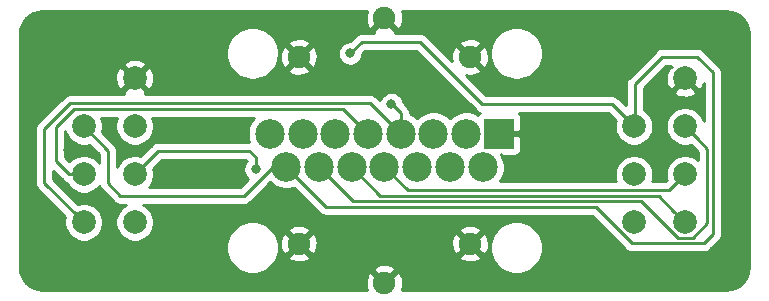
<source format=gtl>
G04 #@! TF.GenerationSoftware,KiCad,Pcbnew,(5.1.0)-1*
G04 #@! TF.CreationDate,2019-08-21T11:10:32-04:00*
G04 #@! TF.ProjectId,Famicom Expansion to NES Controller,46616d69-636f-46d2-9045-7870616e7369,rev?*
G04 #@! TF.SameCoordinates,Original*
G04 #@! TF.FileFunction,Copper,L1,Top*
G04 #@! TF.FilePolarity,Positive*
%FSLAX46Y46*%
G04 Gerber Fmt 4.6, Leading zero omitted, Abs format (unit mm)*
G04 Created by KiCad (PCBNEW (5.1.0)-1) date 2019-08-21 11:10:32*
%MOMM*%
%LPD*%
G04 APERTURE LIST*
%ADD10C,1.900000*%
%ADD11R,2.500000X2.500000*%
%ADD12C,2.500000*%
%ADD13C,2.000000*%
%ADD14C,0.800000*%
%ADD15C,0.250000*%
%ADD16C,0.254000*%
G04 APERTURE END LIST*
D10*
X162250000Y-70400000D03*
X147750000Y-70400000D03*
X155000000Y-73700000D03*
X155000000Y-51300000D03*
X162250000Y-54600000D03*
X147750000Y-54600000D03*
D11*
X164695000Y-61080000D03*
D12*
X161925000Y-61080000D03*
X159155000Y-61080000D03*
X156385000Y-61080000D03*
X153615000Y-61080000D03*
X150845000Y-61080000D03*
X148075000Y-61080000D03*
X145305000Y-61080000D03*
X163310000Y-63920000D03*
X160540000Y-63920000D03*
X157770000Y-63920000D03*
X155000000Y-63920000D03*
X152230000Y-63920000D03*
X149460000Y-63920000D03*
X146690000Y-63920000D03*
D13*
X176141000Y-60468000D03*
X176141000Y-64532000D03*
X176141000Y-68596000D03*
X180459000Y-68596000D03*
X180459000Y-64532000D03*
X180459000Y-60468000D03*
X180459000Y-56404000D03*
X129541000Y-60468000D03*
X129541000Y-64532000D03*
X129541000Y-68596000D03*
X133859000Y-68596000D03*
X133859000Y-64532000D03*
X133859000Y-60468000D03*
X133859000Y-56404000D03*
D14*
X128200000Y-62500000D03*
X157400000Y-70600000D03*
X138800000Y-64800000D03*
X141900000Y-64400000D03*
X154900000Y-54800000D03*
X138800000Y-68000000D03*
X136700000Y-64100000D03*
X139500000Y-61100000D03*
X136000000Y-60500000D03*
X178700000Y-72400000D03*
X155600000Y-58600000D03*
X144100000Y-64100000D03*
X152100000Y-54300000D03*
D15*
X156385000Y-59312234D02*
X155672766Y-58600000D01*
X155672766Y-58600000D02*
X155600000Y-58600000D01*
X156385000Y-61080000D02*
X156385000Y-59312234D01*
X128945000Y-68000000D02*
X129541000Y-68596000D01*
X126200000Y-65255000D02*
X128945000Y-68000000D01*
X126200000Y-60700000D02*
X126200000Y-65255000D01*
X128400000Y-58500000D02*
X126200000Y-60700000D01*
X156385000Y-61080000D02*
X153805000Y-58500000D01*
X153805000Y-58500000D02*
X128400000Y-58500000D01*
X128332000Y-64532000D02*
X129541000Y-64532000D01*
X127200000Y-63400000D02*
X128332000Y-64532000D01*
X127200000Y-60500000D02*
X127200000Y-63400000D01*
X128700000Y-59000000D02*
X127200000Y-60500000D01*
X153615000Y-61080000D02*
X151535000Y-59000000D01*
X151535000Y-59000000D02*
X128700000Y-59000000D01*
X135866000Y-62525000D02*
X133859000Y-64532000D01*
X144100000Y-63100000D02*
X143525000Y-62525000D01*
X143525000Y-62525000D02*
X135866000Y-62525000D01*
X144100000Y-63100000D02*
X144100000Y-64100000D01*
X179459001Y-65531999D02*
X180459000Y-64532000D01*
X156979978Y-65899978D02*
X179091022Y-65899978D01*
X155000000Y-63920000D02*
X156979978Y-65899978D01*
X179091022Y-65899978D02*
X179459001Y-65531999D01*
X152230000Y-63920000D02*
X154659989Y-66349989D01*
X179459001Y-67596001D02*
X180459000Y-68596000D01*
X178212989Y-66349989D02*
X179459001Y-67596001D01*
X154659989Y-66349989D02*
X178212989Y-66349989D01*
X181458999Y-61467999D02*
X180459000Y-60468000D01*
X182349989Y-62358989D02*
X181458999Y-61467999D01*
X182349989Y-68666013D02*
X182349989Y-62358989D01*
X179822999Y-69921001D02*
X181095001Y-69921001D01*
X176701998Y-66800000D02*
X179822999Y-69921001D01*
X152340000Y-66800000D02*
X176701998Y-66800000D01*
X181095001Y-69921001D02*
X182349989Y-68666013D01*
X149460000Y-63920000D02*
X152340000Y-66800000D01*
X132657001Y-66357001D02*
X131600000Y-65300000D01*
X140121629Y-66357001D02*
X132657001Y-66357001D01*
X131600000Y-62527000D02*
X129541000Y-60468000D01*
X131600000Y-65300000D02*
X131600000Y-62527000D01*
X143121629Y-66357001D02*
X140121629Y-66357001D01*
X146690000Y-63920000D02*
X145558630Y-63920000D01*
X145558630Y-63920000D02*
X143121629Y-66357001D01*
X153075001Y-53324999D02*
X152100000Y-54300000D01*
X158024999Y-53324999D02*
X153075001Y-53324999D01*
X163300000Y-58600000D02*
X158024999Y-53324999D01*
X176141000Y-60468000D02*
X174273000Y-58600000D01*
X174273000Y-58600000D02*
X163300000Y-58600000D01*
X176200000Y-60409000D02*
X176141000Y-60468000D01*
X176200000Y-56900000D02*
X176200000Y-60409000D01*
X181478999Y-54578999D02*
X178521001Y-54578999D01*
X182800000Y-55900000D02*
X181478999Y-54578999D01*
X150070000Y-67300000D02*
X172883998Y-67300000D01*
X178521001Y-54578999D02*
X176200000Y-56900000D01*
X172883998Y-67300000D02*
X175955010Y-70371012D01*
X175955010Y-70371012D02*
X182028988Y-70371012D01*
X182028988Y-70371012D02*
X182800000Y-69600000D01*
X146690000Y-63920000D02*
X150070000Y-67300000D01*
X182800000Y-69600000D02*
X182800000Y-55900000D01*
D16*
G36*
X153505065Y-50750671D02*
G01*
X153426621Y-51052873D01*
X153408641Y-51364573D01*
X153451816Y-51673791D01*
X153554487Y-51968644D01*
X153640958Y-52130421D01*
X153900248Y-52220147D01*
X154820395Y-51300000D01*
X154806253Y-51285858D01*
X154985858Y-51106253D01*
X155000000Y-51120395D01*
X155014143Y-51106253D01*
X155193748Y-51285858D01*
X155179605Y-51300000D01*
X156099752Y-52220147D01*
X156359042Y-52130421D01*
X156494935Y-51849329D01*
X156573379Y-51547127D01*
X156591359Y-51235427D01*
X156548184Y-50926209D01*
X156472898Y-50710000D01*
X183952721Y-50710000D01*
X184349545Y-50748909D01*
X184700208Y-50854780D01*
X185023625Y-51026744D01*
X185307484Y-51258254D01*
X185540965Y-51540486D01*
X185715183Y-51862695D01*
X185823502Y-52212614D01*
X185865000Y-52607443D01*
X185865001Y-72377711D01*
X185826091Y-72774545D01*
X185720220Y-73125206D01*
X185548257Y-73448623D01*
X185316748Y-73732482D01*
X185034514Y-73965965D01*
X184712304Y-74140184D01*
X184362385Y-74248502D01*
X183967557Y-74290000D01*
X156475273Y-74290000D01*
X156494935Y-74249329D01*
X156573379Y-73947127D01*
X156591359Y-73635427D01*
X156548184Y-73326209D01*
X156445513Y-73031356D01*
X156359042Y-72869579D01*
X156099752Y-72779853D01*
X155179605Y-73700000D01*
X155193748Y-73714143D01*
X155014143Y-73893748D01*
X155000000Y-73879605D01*
X154985858Y-73893748D01*
X154806253Y-73714143D01*
X154820395Y-73700000D01*
X153900248Y-72779853D01*
X153640958Y-72869579D01*
X153505065Y-73150671D01*
X153426621Y-73452873D01*
X153408641Y-73764573D01*
X153451816Y-74073791D01*
X153527102Y-74290000D01*
X126047279Y-74290000D01*
X125650455Y-74251091D01*
X125299794Y-74145220D01*
X124976377Y-73973257D01*
X124692518Y-73741748D01*
X124459035Y-73459514D01*
X124284816Y-73137304D01*
X124176498Y-72787385D01*
X124135000Y-72392557D01*
X124135000Y-70509872D01*
X141598450Y-70509872D01*
X141598450Y-70950128D01*
X141684340Y-71381925D01*
X141852819Y-71788669D01*
X142097412Y-72154729D01*
X142408721Y-72466038D01*
X142774781Y-72710631D01*
X143181525Y-72879110D01*
X143613322Y-72965000D01*
X144053578Y-72965000D01*
X144485375Y-72879110D01*
X144892119Y-72710631D01*
X145057319Y-72600248D01*
X154079853Y-72600248D01*
X155000000Y-73520395D01*
X155920147Y-72600248D01*
X155830421Y-72340958D01*
X155549329Y-72205065D01*
X155247127Y-72126621D01*
X154935427Y-72108641D01*
X154626209Y-72151816D01*
X154331356Y-72254487D01*
X154169579Y-72340958D01*
X154079853Y-72600248D01*
X145057319Y-72600248D01*
X145258179Y-72466038D01*
X145569488Y-72154729D01*
X145814081Y-71788669D01*
X145933754Y-71499752D01*
X146829853Y-71499752D01*
X146919579Y-71759042D01*
X147200671Y-71894935D01*
X147502873Y-71973379D01*
X147814573Y-71991359D01*
X148123791Y-71948184D01*
X148418644Y-71845513D01*
X148580421Y-71759042D01*
X148670147Y-71499752D01*
X161329853Y-71499752D01*
X161419579Y-71759042D01*
X161700671Y-71894935D01*
X162002873Y-71973379D01*
X162314573Y-71991359D01*
X162623791Y-71948184D01*
X162918644Y-71845513D01*
X163080421Y-71759042D01*
X163170147Y-71499752D01*
X162250000Y-70579605D01*
X161329853Y-71499752D01*
X148670147Y-71499752D01*
X147750000Y-70579605D01*
X146829853Y-71499752D01*
X145933754Y-71499752D01*
X145982560Y-71381925D01*
X146068450Y-70950128D01*
X146068450Y-70509872D01*
X146059440Y-70464573D01*
X146158641Y-70464573D01*
X146201816Y-70773791D01*
X146304487Y-71068644D01*
X146390958Y-71230421D01*
X146650248Y-71320147D01*
X147570395Y-70400000D01*
X147929605Y-70400000D01*
X148849752Y-71320147D01*
X149109042Y-71230421D01*
X149244935Y-70949329D01*
X149323379Y-70647127D01*
X149333909Y-70464573D01*
X160658641Y-70464573D01*
X160701816Y-70773791D01*
X160804487Y-71068644D01*
X160890958Y-71230421D01*
X161150248Y-71320147D01*
X162070395Y-70400000D01*
X162429605Y-70400000D01*
X163349752Y-71320147D01*
X163609042Y-71230421D01*
X163744935Y-70949329D01*
X163823379Y-70647127D01*
X163831296Y-70509872D01*
X163931550Y-70509872D01*
X163931550Y-70950128D01*
X164017440Y-71381925D01*
X164185919Y-71788669D01*
X164430512Y-72154729D01*
X164741821Y-72466038D01*
X165107881Y-72710631D01*
X165514625Y-72879110D01*
X165946422Y-72965000D01*
X166386678Y-72965000D01*
X166818475Y-72879110D01*
X167225219Y-72710631D01*
X167591279Y-72466038D01*
X167902588Y-72154729D01*
X168147181Y-71788669D01*
X168315660Y-71381925D01*
X168401550Y-70950128D01*
X168401550Y-70509872D01*
X168315660Y-70078075D01*
X168147181Y-69671331D01*
X167902588Y-69305271D01*
X167591279Y-68993962D01*
X167225219Y-68749369D01*
X166818475Y-68580890D01*
X166386678Y-68495000D01*
X165946422Y-68495000D01*
X165514625Y-68580890D01*
X165107881Y-68749369D01*
X164741821Y-68993962D01*
X164430512Y-69305271D01*
X164185919Y-69671331D01*
X164017440Y-70078075D01*
X163931550Y-70509872D01*
X163831296Y-70509872D01*
X163841359Y-70335427D01*
X163798184Y-70026209D01*
X163695513Y-69731356D01*
X163609042Y-69569579D01*
X163349752Y-69479853D01*
X162429605Y-70400000D01*
X162070395Y-70400000D01*
X161150248Y-69479853D01*
X160890958Y-69569579D01*
X160755065Y-69850671D01*
X160676621Y-70152873D01*
X160658641Y-70464573D01*
X149333909Y-70464573D01*
X149341359Y-70335427D01*
X149298184Y-70026209D01*
X149195513Y-69731356D01*
X149109042Y-69569579D01*
X148849752Y-69479853D01*
X147929605Y-70400000D01*
X147570395Y-70400000D01*
X146650248Y-69479853D01*
X146390958Y-69569579D01*
X146255065Y-69850671D01*
X146176621Y-70152873D01*
X146158641Y-70464573D01*
X146059440Y-70464573D01*
X145982560Y-70078075D01*
X145814081Y-69671331D01*
X145569488Y-69305271D01*
X145564465Y-69300248D01*
X146829853Y-69300248D01*
X147750000Y-70220395D01*
X148670147Y-69300248D01*
X161329853Y-69300248D01*
X162250000Y-70220395D01*
X163170147Y-69300248D01*
X163080421Y-69040958D01*
X162799329Y-68905065D01*
X162497127Y-68826621D01*
X162185427Y-68808641D01*
X161876209Y-68851816D01*
X161581356Y-68954487D01*
X161419579Y-69040958D01*
X161329853Y-69300248D01*
X148670147Y-69300248D01*
X148580421Y-69040958D01*
X148299329Y-68905065D01*
X147997127Y-68826621D01*
X147685427Y-68808641D01*
X147376209Y-68851816D01*
X147081356Y-68954487D01*
X146919579Y-69040958D01*
X146829853Y-69300248D01*
X145564465Y-69300248D01*
X145258179Y-68993962D01*
X144892119Y-68749369D01*
X144485375Y-68580890D01*
X144053578Y-68495000D01*
X143613322Y-68495000D01*
X143181525Y-68580890D01*
X142774781Y-68749369D01*
X142408721Y-68993962D01*
X142097412Y-69305271D01*
X141852819Y-69671331D01*
X141684340Y-70078075D01*
X141598450Y-70509872D01*
X124135000Y-70509872D01*
X124135000Y-60700000D01*
X125436324Y-60700000D01*
X125440000Y-60737323D01*
X125440001Y-65217668D01*
X125436324Y-65255000D01*
X125440001Y-65292333D01*
X125448933Y-65383014D01*
X125450998Y-65403985D01*
X125494454Y-65547246D01*
X125565026Y-65679276D01*
X125636201Y-65766002D01*
X125660000Y-65795001D01*
X125688998Y-65818799D01*
X127974823Y-68104625D01*
X127968832Y-68119088D01*
X127906000Y-68434967D01*
X127906000Y-68757033D01*
X127968832Y-69072912D01*
X128092082Y-69370463D01*
X128271013Y-69638252D01*
X128498748Y-69865987D01*
X128766537Y-70044918D01*
X129064088Y-70168168D01*
X129379967Y-70231000D01*
X129702033Y-70231000D01*
X130017912Y-70168168D01*
X130315463Y-70044918D01*
X130583252Y-69865987D01*
X130810987Y-69638252D01*
X130989918Y-69370463D01*
X131113168Y-69072912D01*
X131176000Y-68757033D01*
X131176000Y-68434967D01*
X131113168Y-68119088D01*
X130989918Y-67821537D01*
X130810987Y-67553748D01*
X130583252Y-67326013D01*
X130315463Y-67147082D01*
X130017912Y-67023832D01*
X129702033Y-66961000D01*
X129379967Y-66961000D01*
X129064088Y-67023832D01*
X129049625Y-67029823D01*
X126960000Y-64940199D01*
X126960000Y-64234801D01*
X127768201Y-65043003D01*
X127791999Y-65072001D01*
X127907724Y-65166974D01*
X128039753Y-65237546D01*
X128066953Y-65245797D01*
X128092082Y-65306463D01*
X128271013Y-65574252D01*
X128498748Y-65801987D01*
X128766537Y-65980918D01*
X129064088Y-66104168D01*
X129379967Y-66167000D01*
X129702033Y-66167000D01*
X130017912Y-66104168D01*
X130315463Y-65980918D01*
X130583252Y-65801987D01*
X130810987Y-65574252D01*
X130864639Y-65493957D01*
X130876179Y-65531999D01*
X130894454Y-65592246D01*
X130965026Y-65724276D01*
X130999270Y-65766002D01*
X131059999Y-65840001D01*
X131089002Y-65863804D01*
X132093202Y-66868004D01*
X132117000Y-66897002D01*
X132145998Y-66920800D01*
X132232724Y-66991975D01*
X132292324Y-67023832D01*
X132364754Y-67062547D01*
X132508015Y-67106004D01*
X132619668Y-67117001D01*
X132619677Y-67117001D01*
X132657000Y-67120677D01*
X132694323Y-67117001D01*
X133157159Y-67117001D01*
X133084537Y-67147082D01*
X132816748Y-67326013D01*
X132589013Y-67553748D01*
X132410082Y-67821537D01*
X132286832Y-68119088D01*
X132224000Y-68434967D01*
X132224000Y-68757033D01*
X132286832Y-69072912D01*
X132410082Y-69370463D01*
X132589013Y-69638252D01*
X132816748Y-69865987D01*
X133084537Y-70044918D01*
X133382088Y-70168168D01*
X133697967Y-70231000D01*
X134020033Y-70231000D01*
X134335912Y-70168168D01*
X134633463Y-70044918D01*
X134901252Y-69865987D01*
X135128987Y-69638252D01*
X135307918Y-69370463D01*
X135431168Y-69072912D01*
X135494000Y-68757033D01*
X135494000Y-68434967D01*
X135431168Y-68119088D01*
X135307918Y-67821537D01*
X135128987Y-67553748D01*
X134901252Y-67326013D01*
X134633463Y-67147082D01*
X134560841Y-67117001D01*
X143084307Y-67117001D01*
X143121629Y-67120677D01*
X143158951Y-67117001D01*
X143158962Y-67117001D01*
X143270615Y-67106004D01*
X143413876Y-67062547D01*
X143545905Y-66991975D01*
X143661630Y-66897002D01*
X143685433Y-66867998D01*
X145328819Y-65224612D01*
X145488382Y-65384175D01*
X145797118Y-65590466D01*
X146140166Y-65732561D01*
X146504344Y-65805000D01*
X146875656Y-65805000D01*
X147239834Y-65732561D01*
X147372718Y-65677519D01*
X149506200Y-67811002D01*
X149529999Y-67840001D01*
X149645724Y-67934974D01*
X149777753Y-68005546D01*
X149921014Y-68049003D01*
X150032667Y-68060000D01*
X150032677Y-68060000D01*
X150070000Y-68063676D01*
X150107323Y-68060000D01*
X172569197Y-68060000D01*
X175391211Y-70882015D01*
X175415009Y-70911013D01*
X175530734Y-71005986D01*
X175662763Y-71076558D01*
X175806024Y-71120015D01*
X175917677Y-71131012D01*
X175917687Y-71131012D01*
X175955010Y-71134688D01*
X175992333Y-71131012D01*
X181991666Y-71131012D01*
X182028988Y-71134688D01*
X182066310Y-71131012D01*
X182066321Y-71131012D01*
X182177974Y-71120015D01*
X182321235Y-71076558D01*
X182453264Y-71005986D01*
X182568989Y-70911013D01*
X182592791Y-70882010D01*
X183311004Y-70163798D01*
X183340001Y-70140001D01*
X183434974Y-70024276D01*
X183505546Y-69892247D01*
X183549003Y-69748986D01*
X183560000Y-69637333D01*
X183560000Y-69637332D01*
X183563677Y-69600000D01*
X183560000Y-69562667D01*
X183560000Y-55937333D01*
X183563677Y-55900000D01*
X183549003Y-55751014D01*
X183505546Y-55607753D01*
X183434974Y-55475724D01*
X183363799Y-55388997D01*
X183340001Y-55359999D01*
X183311003Y-55336201D01*
X182042803Y-54068002D01*
X182019000Y-54038998D01*
X181903275Y-53944025D01*
X181771246Y-53873453D01*
X181627985Y-53829996D01*
X181516332Y-53818999D01*
X181516321Y-53818999D01*
X181478999Y-53815323D01*
X181441677Y-53818999D01*
X178558323Y-53818999D01*
X178521000Y-53815323D01*
X178483677Y-53818999D01*
X178483668Y-53818999D01*
X178372015Y-53829996D01*
X178228754Y-53873453D01*
X178096724Y-53944025D01*
X178077292Y-53959973D01*
X177981000Y-54038998D01*
X177957202Y-54067996D01*
X175689003Y-56336196D01*
X175659999Y-56359999D01*
X175623889Y-56404000D01*
X175565026Y-56475724D01*
X175549378Y-56505000D01*
X175494454Y-56607754D01*
X175450997Y-56751015D01*
X175440000Y-56862668D01*
X175440000Y-56862678D01*
X175436324Y-56900000D01*
X175440000Y-56937323D01*
X175440001Y-58692199D01*
X174836804Y-58089003D01*
X174813001Y-58059999D01*
X174697276Y-57965026D01*
X174565247Y-57894454D01*
X174421986Y-57850997D01*
X174310333Y-57840000D01*
X174310322Y-57840000D01*
X174273000Y-57836324D01*
X174235678Y-57840000D01*
X163614802Y-57840000D01*
X161929007Y-56154205D01*
X162002873Y-56173379D01*
X162314573Y-56191359D01*
X162623791Y-56148184D01*
X162918644Y-56045513D01*
X163080421Y-55959042D01*
X163170147Y-55699752D01*
X162250000Y-54779605D01*
X162235858Y-54793748D01*
X162056253Y-54614143D01*
X162070395Y-54600000D01*
X162429605Y-54600000D01*
X163349752Y-55520147D01*
X163609042Y-55430421D01*
X163744935Y-55149329D01*
X163823379Y-54847127D01*
X163841359Y-54535427D01*
X163798184Y-54226209D01*
X163736782Y-54049872D01*
X163931550Y-54049872D01*
X163931550Y-54490128D01*
X164017440Y-54921925D01*
X164185919Y-55328669D01*
X164430512Y-55694729D01*
X164741821Y-56006038D01*
X165107881Y-56250631D01*
X165514625Y-56419110D01*
X165946422Y-56505000D01*
X166386678Y-56505000D01*
X166818475Y-56419110D01*
X167225219Y-56250631D01*
X167591279Y-56006038D01*
X167902588Y-55694729D01*
X168147181Y-55328669D01*
X168315660Y-54921925D01*
X168401550Y-54490128D01*
X168401550Y-54049872D01*
X168315660Y-53618075D01*
X168147181Y-53211331D01*
X167902588Y-52845271D01*
X167591279Y-52533962D01*
X167225219Y-52289369D01*
X166818475Y-52120890D01*
X166386678Y-52035000D01*
X165946422Y-52035000D01*
X165514625Y-52120890D01*
X165107881Y-52289369D01*
X164741821Y-52533962D01*
X164430512Y-52845271D01*
X164185919Y-53211331D01*
X164017440Y-53618075D01*
X163931550Y-54049872D01*
X163736782Y-54049872D01*
X163695513Y-53931356D01*
X163609042Y-53769579D01*
X163349752Y-53679853D01*
X162429605Y-54600000D01*
X162070395Y-54600000D01*
X161150248Y-53679853D01*
X160890958Y-53769579D01*
X160755065Y-54050671D01*
X160676621Y-54352873D01*
X160658641Y-54664573D01*
X160694225Y-54919423D01*
X159275050Y-53500248D01*
X161329853Y-53500248D01*
X162250000Y-54420395D01*
X163170147Y-53500248D01*
X163080421Y-53240958D01*
X162799329Y-53105065D01*
X162497127Y-53026621D01*
X162185427Y-53008641D01*
X161876209Y-53051816D01*
X161581356Y-53154487D01*
X161419579Y-53240958D01*
X161329853Y-53500248D01*
X159275050Y-53500248D01*
X158588803Y-52814002D01*
X158565000Y-52784998D01*
X158449275Y-52690025D01*
X158317246Y-52619453D01*
X158173985Y-52575996D01*
X158062332Y-52564999D01*
X158062321Y-52564999D01*
X158024999Y-52561323D01*
X157987677Y-52564999D01*
X155862964Y-52564999D01*
X155920147Y-52399752D01*
X155000000Y-51479605D01*
X154079853Y-52399752D01*
X154137036Y-52564999D01*
X153112326Y-52564999D01*
X153075001Y-52561323D01*
X153037676Y-52564999D01*
X153037668Y-52564999D01*
X152926015Y-52575996D01*
X152782754Y-52619453D01*
X152650725Y-52690025D01*
X152535000Y-52784998D01*
X152511202Y-52813996D01*
X152060198Y-53265000D01*
X151998061Y-53265000D01*
X151798102Y-53304774D01*
X151609744Y-53382795D01*
X151440226Y-53496063D01*
X151296063Y-53640226D01*
X151182795Y-53809744D01*
X151104774Y-53998102D01*
X151065000Y-54198061D01*
X151065000Y-54401939D01*
X151104774Y-54601898D01*
X151182795Y-54790256D01*
X151296063Y-54959774D01*
X151440226Y-55103937D01*
X151609744Y-55217205D01*
X151798102Y-55295226D01*
X151998061Y-55335000D01*
X152201939Y-55335000D01*
X152401898Y-55295226D01*
X152590256Y-55217205D01*
X152759774Y-55103937D01*
X152903937Y-54959774D01*
X153017205Y-54790256D01*
X153095226Y-54601898D01*
X153135000Y-54401939D01*
X153135000Y-54339802D01*
X153389803Y-54084999D01*
X157710198Y-54084999D01*
X162736200Y-59111002D01*
X162759999Y-59140001D01*
X162788997Y-59163799D01*
X162875723Y-59234974D01*
X162996373Y-59299463D01*
X163007753Y-59305546D01*
X163062761Y-59322232D01*
X162993815Y-59378815D01*
X162915225Y-59474577D01*
X162817882Y-59409534D01*
X162474834Y-59267439D01*
X162110656Y-59195000D01*
X161739344Y-59195000D01*
X161375166Y-59267439D01*
X161032118Y-59409534D01*
X160723382Y-59615825D01*
X160540000Y-59799207D01*
X160356618Y-59615825D01*
X160047882Y-59409534D01*
X159704834Y-59267439D01*
X159340656Y-59195000D01*
X158969344Y-59195000D01*
X158605166Y-59267439D01*
X158262118Y-59409534D01*
X157953382Y-59615825D01*
X157770000Y-59799207D01*
X157586618Y-59615825D01*
X157277882Y-59409534D01*
X157145000Y-59354493D01*
X157145000Y-59349556D01*
X157148676Y-59312234D01*
X157145000Y-59274911D01*
X157145000Y-59274901D01*
X157134003Y-59163248D01*
X157090546Y-59019987D01*
X157039387Y-58924276D01*
X157019974Y-58887957D01*
X156948799Y-58801231D01*
X156925001Y-58772233D01*
X156896002Y-58748435D01*
X156632361Y-58484793D01*
X156595226Y-58298102D01*
X156517205Y-58109744D01*
X156403937Y-57940226D01*
X156259774Y-57796063D01*
X156090256Y-57682795D01*
X155901898Y-57604774D01*
X155701939Y-57565000D01*
X155498061Y-57565000D01*
X155298102Y-57604774D01*
X155109744Y-57682795D01*
X154940226Y-57796063D01*
X154796063Y-57940226D01*
X154682795Y-58109744D01*
X154626193Y-58246392D01*
X154368804Y-57989003D01*
X154345001Y-57959999D01*
X154229276Y-57865026D01*
X154097247Y-57794454D01*
X153953986Y-57750997D01*
X153842333Y-57740000D01*
X153842322Y-57740000D01*
X153805000Y-57736324D01*
X153767678Y-57740000D01*
X134742157Y-57740000D01*
X134814808Y-57539413D01*
X133859000Y-56583605D01*
X132903192Y-57539413D01*
X132975843Y-57740000D01*
X128437323Y-57740000D01*
X128400000Y-57736324D01*
X128362677Y-57740000D01*
X128362667Y-57740000D01*
X128251014Y-57750997D01*
X128107753Y-57794454D01*
X127975724Y-57865026D01*
X127859999Y-57959999D01*
X127836201Y-57988997D01*
X125689003Y-60136196D01*
X125659999Y-60159999D01*
X125620809Y-60207753D01*
X125565026Y-60275724D01*
X125524782Y-60351015D01*
X125494454Y-60407754D01*
X125450997Y-60551015D01*
X125440000Y-60662668D01*
X125440000Y-60662678D01*
X125436324Y-60700000D01*
X124135000Y-60700000D01*
X124135000Y-56466595D01*
X132217282Y-56466595D01*
X132261039Y-56785675D01*
X132366205Y-57090088D01*
X132459186Y-57264044D01*
X132723587Y-57359808D01*
X133679395Y-56404000D01*
X134038605Y-56404000D01*
X134994413Y-57359808D01*
X135258814Y-57264044D01*
X135399704Y-56974429D01*
X135481384Y-56662892D01*
X135500718Y-56341405D01*
X135456961Y-56022325D01*
X135351795Y-55717912D01*
X135258814Y-55543956D01*
X134994413Y-55448192D01*
X134038605Y-56404000D01*
X133679395Y-56404000D01*
X132723587Y-55448192D01*
X132459186Y-55543956D01*
X132318296Y-55833571D01*
X132236616Y-56145108D01*
X132217282Y-56466595D01*
X124135000Y-56466595D01*
X124135000Y-55268587D01*
X132903192Y-55268587D01*
X133859000Y-56224395D01*
X134814808Y-55268587D01*
X134719044Y-55004186D01*
X134429429Y-54863296D01*
X134117892Y-54781616D01*
X133796405Y-54762282D01*
X133477325Y-54806039D01*
X133172912Y-54911205D01*
X132998956Y-55004186D01*
X132903192Y-55268587D01*
X124135000Y-55268587D01*
X124135000Y-54049872D01*
X141598450Y-54049872D01*
X141598450Y-54490128D01*
X141684340Y-54921925D01*
X141852819Y-55328669D01*
X142097412Y-55694729D01*
X142408721Y-56006038D01*
X142774781Y-56250631D01*
X143181525Y-56419110D01*
X143613322Y-56505000D01*
X144053578Y-56505000D01*
X144485375Y-56419110D01*
X144892119Y-56250631D01*
X145258179Y-56006038D01*
X145564465Y-55699752D01*
X146829853Y-55699752D01*
X146919579Y-55959042D01*
X147200671Y-56094935D01*
X147502873Y-56173379D01*
X147814573Y-56191359D01*
X148123791Y-56148184D01*
X148418644Y-56045513D01*
X148580421Y-55959042D01*
X148670147Y-55699752D01*
X147750000Y-54779605D01*
X146829853Y-55699752D01*
X145564465Y-55699752D01*
X145569488Y-55694729D01*
X145814081Y-55328669D01*
X145982560Y-54921925D01*
X146033750Y-54664573D01*
X146158641Y-54664573D01*
X146201816Y-54973791D01*
X146304487Y-55268644D01*
X146390958Y-55430421D01*
X146650248Y-55520147D01*
X147570395Y-54600000D01*
X147929605Y-54600000D01*
X148849752Y-55520147D01*
X149109042Y-55430421D01*
X149244935Y-55149329D01*
X149323379Y-54847127D01*
X149341359Y-54535427D01*
X149298184Y-54226209D01*
X149195513Y-53931356D01*
X149109042Y-53769579D01*
X148849752Y-53679853D01*
X147929605Y-54600000D01*
X147570395Y-54600000D01*
X146650248Y-53679853D01*
X146390958Y-53769579D01*
X146255065Y-54050671D01*
X146176621Y-54352873D01*
X146158641Y-54664573D01*
X146033750Y-54664573D01*
X146068450Y-54490128D01*
X146068450Y-54049872D01*
X145982560Y-53618075D01*
X145933755Y-53500248D01*
X146829853Y-53500248D01*
X147750000Y-54420395D01*
X148670147Y-53500248D01*
X148580421Y-53240958D01*
X148299329Y-53105065D01*
X147997127Y-53026621D01*
X147685427Y-53008641D01*
X147376209Y-53051816D01*
X147081356Y-53154487D01*
X146919579Y-53240958D01*
X146829853Y-53500248D01*
X145933755Y-53500248D01*
X145814081Y-53211331D01*
X145569488Y-52845271D01*
X145258179Y-52533962D01*
X144892119Y-52289369D01*
X144485375Y-52120890D01*
X144053578Y-52035000D01*
X143613322Y-52035000D01*
X143181525Y-52120890D01*
X142774781Y-52289369D01*
X142408721Y-52533962D01*
X142097412Y-52845271D01*
X141852819Y-53211331D01*
X141684340Y-53618075D01*
X141598450Y-54049872D01*
X124135000Y-54049872D01*
X124135000Y-52622279D01*
X124173909Y-52225455D01*
X124279780Y-51874792D01*
X124451744Y-51551375D01*
X124683254Y-51267516D01*
X124965486Y-51034035D01*
X125287695Y-50859817D01*
X125637614Y-50751498D01*
X126032443Y-50710000D01*
X153524727Y-50710000D01*
X153505065Y-50750671D01*
X153505065Y-50750671D01*
G37*
X153505065Y-50750671D02*
X153426621Y-51052873D01*
X153408641Y-51364573D01*
X153451816Y-51673791D01*
X153554487Y-51968644D01*
X153640958Y-52130421D01*
X153900248Y-52220147D01*
X154820395Y-51300000D01*
X154806253Y-51285858D01*
X154985858Y-51106253D01*
X155000000Y-51120395D01*
X155014143Y-51106253D01*
X155193748Y-51285858D01*
X155179605Y-51300000D01*
X156099752Y-52220147D01*
X156359042Y-52130421D01*
X156494935Y-51849329D01*
X156573379Y-51547127D01*
X156591359Y-51235427D01*
X156548184Y-50926209D01*
X156472898Y-50710000D01*
X183952721Y-50710000D01*
X184349545Y-50748909D01*
X184700208Y-50854780D01*
X185023625Y-51026744D01*
X185307484Y-51258254D01*
X185540965Y-51540486D01*
X185715183Y-51862695D01*
X185823502Y-52212614D01*
X185865000Y-52607443D01*
X185865001Y-72377711D01*
X185826091Y-72774545D01*
X185720220Y-73125206D01*
X185548257Y-73448623D01*
X185316748Y-73732482D01*
X185034514Y-73965965D01*
X184712304Y-74140184D01*
X184362385Y-74248502D01*
X183967557Y-74290000D01*
X156475273Y-74290000D01*
X156494935Y-74249329D01*
X156573379Y-73947127D01*
X156591359Y-73635427D01*
X156548184Y-73326209D01*
X156445513Y-73031356D01*
X156359042Y-72869579D01*
X156099752Y-72779853D01*
X155179605Y-73700000D01*
X155193748Y-73714143D01*
X155014143Y-73893748D01*
X155000000Y-73879605D01*
X154985858Y-73893748D01*
X154806253Y-73714143D01*
X154820395Y-73700000D01*
X153900248Y-72779853D01*
X153640958Y-72869579D01*
X153505065Y-73150671D01*
X153426621Y-73452873D01*
X153408641Y-73764573D01*
X153451816Y-74073791D01*
X153527102Y-74290000D01*
X126047279Y-74290000D01*
X125650455Y-74251091D01*
X125299794Y-74145220D01*
X124976377Y-73973257D01*
X124692518Y-73741748D01*
X124459035Y-73459514D01*
X124284816Y-73137304D01*
X124176498Y-72787385D01*
X124135000Y-72392557D01*
X124135000Y-70509872D01*
X141598450Y-70509872D01*
X141598450Y-70950128D01*
X141684340Y-71381925D01*
X141852819Y-71788669D01*
X142097412Y-72154729D01*
X142408721Y-72466038D01*
X142774781Y-72710631D01*
X143181525Y-72879110D01*
X143613322Y-72965000D01*
X144053578Y-72965000D01*
X144485375Y-72879110D01*
X144892119Y-72710631D01*
X145057319Y-72600248D01*
X154079853Y-72600248D01*
X155000000Y-73520395D01*
X155920147Y-72600248D01*
X155830421Y-72340958D01*
X155549329Y-72205065D01*
X155247127Y-72126621D01*
X154935427Y-72108641D01*
X154626209Y-72151816D01*
X154331356Y-72254487D01*
X154169579Y-72340958D01*
X154079853Y-72600248D01*
X145057319Y-72600248D01*
X145258179Y-72466038D01*
X145569488Y-72154729D01*
X145814081Y-71788669D01*
X145933754Y-71499752D01*
X146829853Y-71499752D01*
X146919579Y-71759042D01*
X147200671Y-71894935D01*
X147502873Y-71973379D01*
X147814573Y-71991359D01*
X148123791Y-71948184D01*
X148418644Y-71845513D01*
X148580421Y-71759042D01*
X148670147Y-71499752D01*
X161329853Y-71499752D01*
X161419579Y-71759042D01*
X161700671Y-71894935D01*
X162002873Y-71973379D01*
X162314573Y-71991359D01*
X162623791Y-71948184D01*
X162918644Y-71845513D01*
X163080421Y-71759042D01*
X163170147Y-71499752D01*
X162250000Y-70579605D01*
X161329853Y-71499752D01*
X148670147Y-71499752D01*
X147750000Y-70579605D01*
X146829853Y-71499752D01*
X145933754Y-71499752D01*
X145982560Y-71381925D01*
X146068450Y-70950128D01*
X146068450Y-70509872D01*
X146059440Y-70464573D01*
X146158641Y-70464573D01*
X146201816Y-70773791D01*
X146304487Y-71068644D01*
X146390958Y-71230421D01*
X146650248Y-71320147D01*
X147570395Y-70400000D01*
X147929605Y-70400000D01*
X148849752Y-71320147D01*
X149109042Y-71230421D01*
X149244935Y-70949329D01*
X149323379Y-70647127D01*
X149333909Y-70464573D01*
X160658641Y-70464573D01*
X160701816Y-70773791D01*
X160804487Y-71068644D01*
X160890958Y-71230421D01*
X161150248Y-71320147D01*
X162070395Y-70400000D01*
X162429605Y-70400000D01*
X163349752Y-71320147D01*
X163609042Y-71230421D01*
X163744935Y-70949329D01*
X163823379Y-70647127D01*
X163831296Y-70509872D01*
X163931550Y-70509872D01*
X163931550Y-70950128D01*
X164017440Y-71381925D01*
X164185919Y-71788669D01*
X164430512Y-72154729D01*
X164741821Y-72466038D01*
X165107881Y-72710631D01*
X165514625Y-72879110D01*
X165946422Y-72965000D01*
X166386678Y-72965000D01*
X166818475Y-72879110D01*
X167225219Y-72710631D01*
X167591279Y-72466038D01*
X167902588Y-72154729D01*
X168147181Y-71788669D01*
X168315660Y-71381925D01*
X168401550Y-70950128D01*
X168401550Y-70509872D01*
X168315660Y-70078075D01*
X168147181Y-69671331D01*
X167902588Y-69305271D01*
X167591279Y-68993962D01*
X167225219Y-68749369D01*
X166818475Y-68580890D01*
X166386678Y-68495000D01*
X165946422Y-68495000D01*
X165514625Y-68580890D01*
X165107881Y-68749369D01*
X164741821Y-68993962D01*
X164430512Y-69305271D01*
X164185919Y-69671331D01*
X164017440Y-70078075D01*
X163931550Y-70509872D01*
X163831296Y-70509872D01*
X163841359Y-70335427D01*
X163798184Y-70026209D01*
X163695513Y-69731356D01*
X163609042Y-69569579D01*
X163349752Y-69479853D01*
X162429605Y-70400000D01*
X162070395Y-70400000D01*
X161150248Y-69479853D01*
X160890958Y-69569579D01*
X160755065Y-69850671D01*
X160676621Y-70152873D01*
X160658641Y-70464573D01*
X149333909Y-70464573D01*
X149341359Y-70335427D01*
X149298184Y-70026209D01*
X149195513Y-69731356D01*
X149109042Y-69569579D01*
X148849752Y-69479853D01*
X147929605Y-70400000D01*
X147570395Y-70400000D01*
X146650248Y-69479853D01*
X146390958Y-69569579D01*
X146255065Y-69850671D01*
X146176621Y-70152873D01*
X146158641Y-70464573D01*
X146059440Y-70464573D01*
X145982560Y-70078075D01*
X145814081Y-69671331D01*
X145569488Y-69305271D01*
X145564465Y-69300248D01*
X146829853Y-69300248D01*
X147750000Y-70220395D01*
X148670147Y-69300248D01*
X161329853Y-69300248D01*
X162250000Y-70220395D01*
X163170147Y-69300248D01*
X163080421Y-69040958D01*
X162799329Y-68905065D01*
X162497127Y-68826621D01*
X162185427Y-68808641D01*
X161876209Y-68851816D01*
X161581356Y-68954487D01*
X161419579Y-69040958D01*
X161329853Y-69300248D01*
X148670147Y-69300248D01*
X148580421Y-69040958D01*
X148299329Y-68905065D01*
X147997127Y-68826621D01*
X147685427Y-68808641D01*
X147376209Y-68851816D01*
X147081356Y-68954487D01*
X146919579Y-69040958D01*
X146829853Y-69300248D01*
X145564465Y-69300248D01*
X145258179Y-68993962D01*
X144892119Y-68749369D01*
X144485375Y-68580890D01*
X144053578Y-68495000D01*
X143613322Y-68495000D01*
X143181525Y-68580890D01*
X142774781Y-68749369D01*
X142408721Y-68993962D01*
X142097412Y-69305271D01*
X141852819Y-69671331D01*
X141684340Y-70078075D01*
X141598450Y-70509872D01*
X124135000Y-70509872D01*
X124135000Y-60700000D01*
X125436324Y-60700000D01*
X125440000Y-60737323D01*
X125440001Y-65217668D01*
X125436324Y-65255000D01*
X125440001Y-65292333D01*
X125448933Y-65383014D01*
X125450998Y-65403985D01*
X125494454Y-65547246D01*
X125565026Y-65679276D01*
X125636201Y-65766002D01*
X125660000Y-65795001D01*
X125688998Y-65818799D01*
X127974823Y-68104625D01*
X127968832Y-68119088D01*
X127906000Y-68434967D01*
X127906000Y-68757033D01*
X127968832Y-69072912D01*
X128092082Y-69370463D01*
X128271013Y-69638252D01*
X128498748Y-69865987D01*
X128766537Y-70044918D01*
X129064088Y-70168168D01*
X129379967Y-70231000D01*
X129702033Y-70231000D01*
X130017912Y-70168168D01*
X130315463Y-70044918D01*
X130583252Y-69865987D01*
X130810987Y-69638252D01*
X130989918Y-69370463D01*
X131113168Y-69072912D01*
X131176000Y-68757033D01*
X131176000Y-68434967D01*
X131113168Y-68119088D01*
X130989918Y-67821537D01*
X130810987Y-67553748D01*
X130583252Y-67326013D01*
X130315463Y-67147082D01*
X130017912Y-67023832D01*
X129702033Y-66961000D01*
X129379967Y-66961000D01*
X129064088Y-67023832D01*
X129049625Y-67029823D01*
X126960000Y-64940199D01*
X126960000Y-64234801D01*
X127768201Y-65043003D01*
X127791999Y-65072001D01*
X127907724Y-65166974D01*
X128039753Y-65237546D01*
X128066953Y-65245797D01*
X128092082Y-65306463D01*
X128271013Y-65574252D01*
X128498748Y-65801987D01*
X128766537Y-65980918D01*
X129064088Y-66104168D01*
X129379967Y-66167000D01*
X129702033Y-66167000D01*
X130017912Y-66104168D01*
X130315463Y-65980918D01*
X130583252Y-65801987D01*
X130810987Y-65574252D01*
X130864639Y-65493957D01*
X130876179Y-65531999D01*
X130894454Y-65592246D01*
X130965026Y-65724276D01*
X130999270Y-65766002D01*
X131059999Y-65840001D01*
X131089002Y-65863804D01*
X132093202Y-66868004D01*
X132117000Y-66897002D01*
X132145998Y-66920800D01*
X132232724Y-66991975D01*
X132292324Y-67023832D01*
X132364754Y-67062547D01*
X132508015Y-67106004D01*
X132619668Y-67117001D01*
X132619677Y-67117001D01*
X132657000Y-67120677D01*
X132694323Y-67117001D01*
X133157159Y-67117001D01*
X133084537Y-67147082D01*
X132816748Y-67326013D01*
X132589013Y-67553748D01*
X132410082Y-67821537D01*
X132286832Y-68119088D01*
X132224000Y-68434967D01*
X132224000Y-68757033D01*
X132286832Y-69072912D01*
X132410082Y-69370463D01*
X132589013Y-69638252D01*
X132816748Y-69865987D01*
X133084537Y-70044918D01*
X133382088Y-70168168D01*
X133697967Y-70231000D01*
X134020033Y-70231000D01*
X134335912Y-70168168D01*
X134633463Y-70044918D01*
X134901252Y-69865987D01*
X135128987Y-69638252D01*
X135307918Y-69370463D01*
X135431168Y-69072912D01*
X135494000Y-68757033D01*
X135494000Y-68434967D01*
X135431168Y-68119088D01*
X135307918Y-67821537D01*
X135128987Y-67553748D01*
X134901252Y-67326013D01*
X134633463Y-67147082D01*
X134560841Y-67117001D01*
X143084307Y-67117001D01*
X143121629Y-67120677D01*
X143158951Y-67117001D01*
X143158962Y-67117001D01*
X143270615Y-67106004D01*
X143413876Y-67062547D01*
X143545905Y-66991975D01*
X143661630Y-66897002D01*
X143685433Y-66867998D01*
X145328819Y-65224612D01*
X145488382Y-65384175D01*
X145797118Y-65590466D01*
X146140166Y-65732561D01*
X146504344Y-65805000D01*
X146875656Y-65805000D01*
X147239834Y-65732561D01*
X147372718Y-65677519D01*
X149506200Y-67811002D01*
X149529999Y-67840001D01*
X149645724Y-67934974D01*
X149777753Y-68005546D01*
X149921014Y-68049003D01*
X150032667Y-68060000D01*
X150032677Y-68060000D01*
X150070000Y-68063676D01*
X150107323Y-68060000D01*
X172569197Y-68060000D01*
X175391211Y-70882015D01*
X175415009Y-70911013D01*
X175530734Y-71005986D01*
X175662763Y-71076558D01*
X175806024Y-71120015D01*
X175917677Y-71131012D01*
X175917687Y-71131012D01*
X175955010Y-71134688D01*
X175992333Y-71131012D01*
X181991666Y-71131012D01*
X182028988Y-71134688D01*
X182066310Y-71131012D01*
X182066321Y-71131012D01*
X182177974Y-71120015D01*
X182321235Y-71076558D01*
X182453264Y-71005986D01*
X182568989Y-70911013D01*
X182592791Y-70882010D01*
X183311004Y-70163798D01*
X183340001Y-70140001D01*
X183434974Y-70024276D01*
X183505546Y-69892247D01*
X183549003Y-69748986D01*
X183560000Y-69637333D01*
X183560000Y-69637332D01*
X183563677Y-69600000D01*
X183560000Y-69562667D01*
X183560000Y-55937333D01*
X183563677Y-55900000D01*
X183549003Y-55751014D01*
X183505546Y-55607753D01*
X183434974Y-55475724D01*
X183363799Y-55388997D01*
X183340001Y-55359999D01*
X183311003Y-55336201D01*
X182042803Y-54068002D01*
X182019000Y-54038998D01*
X181903275Y-53944025D01*
X181771246Y-53873453D01*
X181627985Y-53829996D01*
X181516332Y-53818999D01*
X181516321Y-53818999D01*
X181478999Y-53815323D01*
X181441677Y-53818999D01*
X178558323Y-53818999D01*
X178521000Y-53815323D01*
X178483677Y-53818999D01*
X178483668Y-53818999D01*
X178372015Y-53829996D01*
X178228754Y-53873453D01*
X178096724Y-53944025D01*
X178077292Y-53959973D01*
X177981000Y-54038998D01*
X177957202Y-54067996D01*
X175689003Y-56336196D01*
X175659999Y-56359999D01*
X175623889Y-56404000D01*
X175565026Y-56475724D01*
X175549378Y-56505000D01*
X175494454Y-56607754D01*
X175450997Y-56751015D01*
X175440000Y-56862668D01*
X175440000Y-56862678D01*
X175436324Y-56900000D01*
X175440000Y-56937323D01*
X175440001Y-58692199D01*
X174836804Y-58089003D01*
X174813001Y-58059999D01*
X174697276Y-57965026D01*
X174565247Y-57894454D01*
X174421986Y-57850997D01*
X174310333Y-57840000D01*
X174310322Y-57840000D01*
X174273000Y-57836324D01*
X174235678Y-57840000D01*
X163614802Y-57840000D01*
X161929007Y-56154205D01*
X162002873Y-56173379D01*
X162314573Y-56191359D01*
X162623791Y-56148184D01*
X162918644Y-56045513D01*
X163080421Y-55959042D01*
X163170147Y-55699752D01*
X162250000Y-54779605D01*
X162235858Y-54793748D01*
X162056253Y-54614143D01*
X162070395Y-54600000D01*
X162429605Y-54600000D01*
X163349752Y-55520147D01*
X163609042Y-55430421D01*
X163744935Y-55149329D01*
X163823379Y-54847127D01*
X163841359Y-54535427D01*
X163798184Y-54226209D01*
X163736782Y-54049872D01*
X163931550Y-54049872D01*
X163931550Y-54490128D01*
X164017440Y-54921925D01*
X164185919Y-55328669D01*
X164430512Y-55694729D01*
X164741821Y-56006038D01*
X165107881Y-56250631D01*
X165514625Y-56419110D01*
X165946422Y-56505000D01*
X166386678Y-56505000D01*
X166818475Y-56419110D01*
X167225219Y-56250631D01*
X167591279Y-56006038D01*
X167902588Y-55694729D01*
X168147181Y-55328669D01*
X168315660Y-54921925D01*
X168401550Y-54490128D01*
X168401550Y-54049872D01*
X168315660Y-53618075D01*
X168147181Y-53211331D01*
X167902588Y-52845271D01*
X167591279Y-52533962D01*
X167225219Y-52289369D01*
X166818475Y-52120890D01*
X166386678Y-52035000D01*
X165946422Y-52035000D01*
X165514625Y-52120890D01*
X165107881Y-52289369D01*
X164741821Y-52533962D01*
X164430512Y-52845271D01*
X164185919Y-53211331D01*
X164017440Y-53618075D01*
X163931550Y-54049872D01*
X163736782Y-54049872D01*
X163695513Y-53931356D01*
X163609042Y-53769579D01*
X163349752Y-53679853D01*
X162429605Y-54600000D01*
X162070395Y-54600000D01*
X161150248Y-53679853D01*
X160890958Y-53769579D01*
X160755065Y-54050671D01*
X160676621Y-54352873D01*
X160658641Y-54664573D01*
X160694225Y-54919423D01*
X159275050Y-53500248D01*
X161329853Y-53500248D01*
X162250000Y-54420395D01*
X163170147Y-53500248D01*
X163080421Y-53240958D01*
X162799329Y-53105065D01*
X162497127Y-53026621D01*
X162185427Y-53008641D01*
X161876209Y-53051816D01*
X161581356Y-53154487D01*
X161419579Y-53240958D01*
X161329853Y-53500248D01*
X159275050Y-53500248D01*
X158588803Y-52814002D01*
X158565000Y-52784998D01*
X158449275Y-52690025D01*
X158317246Y-52619453D01*
X158173985Y-52575996D01*
X158062332Y-52564999D01*
X158062321Y-52564999D01*
X158024999Y-52561323D01*
X157987677Y-52564999D01*
X155862964Y-52564999D01*
X155920147Y-52399752D01*
X155000000Y-51479605D01*
X154079853Y-52399752D01*
X154137036Y-52564999D01*
X153112326Y-52564999D01*
X153075001Y-52561323D01*
X153037676Y-52564999D01*
X153037668Y-52564999D01*
X152926015Y-52575996D01*
X152782754Y-52619453D01*
X152650725Y-52690025D01*
X152535000Y-52784998D01*
X152511202Y-52813996D01*
X152060198Y-53265000D01*
X151998061Y-53265000D01*
X151798102Y-53304774D01*
X151609744Y-53382795D01*
X151440226Y-53496063D01*
X151296063Y-53640226D01*
X151182795Y-53809744D01*
X151104774Y-53998102D01*
X151065000Y-54198061D01*
X151065000Y-54401939D01*
X151104774Y-54601898D01*
X151182795Y-54790256D01*
X151296063Y-54959774D01*
X151440226Y-55103937D01*
X151609744Y-55217205D01*
X151798102Y-55295226D01*
X151998061Y-55335000D01*
X152201939Y-55335000D01*
X152401898Y-55295226D01*
X152590256Y-55217205D01*
X152759774Y-55103937D01*
X152903937Y-54959774D01*
X153017205Y-54790256D01*
X153095226Y-54601898D01*
X153135000Y-54401939D01*
X153135000Y-54339802D01*
X153389803Y-54084999D01*
X157710198Y-54084999D01*
X162736200Y-59111002D01*
X162759999Y-59140001D01*
X162788997Y-59163799D01*
X162875723Y-59234974D01*
X162996373Y-59299463D01*
X163007753Y-59305546D01*
X163062761Y-59322232D01*
X162993815Y-59378815D01*
X162915225Y-59474577D01*
X162817882Y-59409534D01*
X162474834Y-59267439D01*
X162110656Y-59195000D01*
X161739344Y-59195000D01*
X161375166Y-59267439D01*
X161032118Y-59409534D01*
X160723382Y-59615825D01*
X160540000Y-59799207D01*
X160356618Y-59615825D01*
X160047882Y-59409534D01*
X159704834Y-59267439D01*
X159340656Y-59195000D01*
X158969344Y-59195000D01*
X158605166Y-59267439D01*
X158262118Y-59409534D01*
X157953382Y-59615825D01*
X157770000Y-59799207D01*
X157586618Y-59615825D01*
X157277882Y-59409534D01*
X157145000Y-59354493D01*
X157145000Y-59349556D01*
X157148676Y-59312234D01*
X157145000Y-59274911D01*
X157145000Y-59274901D01*
X157134003Y-59163248D01*
X157090546Y-59019987D01*
X157039387Y-58924276D01*
X157019974Y-58887957D01*
X156948799Y-58801231D01*
X156925001Y-58772233D01*
X156896002Y-58748435D01*
X156632361Y-58484793D01*
X156595226Y-58298102D01*
X156517205Y-58109744D01*
X156403937Y-57940226D01*
X156259774Y-57796063D01*
X156090256Y-57682795D01*
X155901898Y-57604774D01*
X155701939Y-57565000D01*
X155498061Y-57565000D01*
X155298102Y-57604774D01*
X155109744Y-57682795D01*
X154940226Y-57796063D01*
X154796063Y-57940226D01*
X154682795Y-58109744D01*
X154626193Y-58246392D01*
X154368804Y-57989003D01*
X154345001Y-57959999D01*
X154229276Y-57865026D01*
X154097247Y-57794454D01*
X153953986Y-57750997D01*
X153842333Y-57740000D01*
X153842322Y-57740000D01*
X153805000Y-57736324D01*
X153767678Y-57740000D01*
X134742157Y-57740000D01*
X134814808Y-57539413D01*
X133859000Y-56583605D01*
X132903192Y-57539413D01*
X132975843Y-57740000D01*
X128437323Y-57740000D01*
X128400000Y-57736324D01*
X128362677Y-57740000D01*
X128362667Y-57740000D01*
X128251014Y-57750997D01*
X128107753Y-57794454D01*
X127975724Y-57865026D01*
X127859999Y-57959999D01*
X127836201Y-57988997D01*
X125689003Y-60136196D01*
X125659999Y-60159999D01*
X125620809Y-60207753D01*
X125565026Y-60275724D01*
X125524782Y-60351015D01*
X125494454Y-60407754D01*
X125450997Y-60551015D01*
X125440000Y-60662668D01*
X125440000Y-60662678D01*
X125436324Y-60700000D01*
X124135000Y-60700000D01*
X124135000Y-56466595D01*
X132217282Y-56466595D01*
X132261039Y-56785675D01*
X132366205Y-57090088D01*
X132459186Y-57264044D01*
X132723587Y-57359808D01*
X133679395Y-56404000D01*
X134038605Y-56404000D01*
X134994413Y-57359808D01*
X135258814Y-57264044D01*
X135399704Y-56974429D01*
X135481384Y-56662892D01*
X135500718Y-56341405D01*
X135456961Y-56022325D01*
X135351795Y-55717912D01*
X135258814Y-55543956D01*
X134994413Y-55448192D01*
X134038605Y-56404000D01*
X133679395Y-56404000D01*
X132723587Y-55448192D01*
X132459186Y-55543956D01*
X132318296Y-55833571D01*
X132236616Y-56145108D01*
X132217282Y-56466595D01*
X124135000Y-56466595D01*
X124135000Y-55268587D01*
X132903192Y-55268587D01*
X133859000Y-56224395D01*
X134814808Y-55268587D01*
X134719044Y-55004186D01*
X134429429Y-54863296D01*
X134117892Y-54781616D01*
X133796405Y-54762282D01*
X133477325Y-54806039D01*
X133172912Y-54911205D01*
X132998956Y-55004186D01*
X132903192Y-55268587D01*
X124135000Y-55268587D01*
X124135000Y-54049872D01*
X141598450Y-54049872D01*
X141598450Y-54490128D01*
X141684340Y-54921925D01*
X141852819Y-55328669D01*
X142097412Y-55694729D01*
X142408721Y-56006038D01*
X142774781Y-56250631D01*
X143181525Y-56419110D01*
X143613322Y-56505000D01*
X144053578Y-56505000D01*
X144485375Y-56419110D01*
X144892119Y-56250631D01*
X145258179Y-56006038D01*
X145564465Y-55699752D01*
X146829853Y-55699752D01*
X146919579Y-55959042D01*
X147200671Y-56094935D01*
X147502873Y-56173379D01*
X147814573Y-56191359D01*
X148123791Y-56148184D01*
X148418644Y-56045513D01*
X148580421Y-55959042D01*
X148670147Y-55699752D01*
X147750000Y-54779605D01*
X146829853Y-55699752D01*
X145564465Y-55699752D01*
X145569488Y-55694729D01*
X145814081Y-55328669D01*
X145982560Y-54921925D01*
X146033750Y-54664573D01*
X146158641Y-54664573D01*
X146201816Y-54973791D01*
X146304487Y-55268644D01*
X146390958Y-55430421D01*
X146650248Y-55520147D01*
X147570395Y-54600000D01*
X147929605Y-54600000D01*
X148849752Y-55520147D01*
X149109042Y-55430421D01*
X149244935Y-55149329D01*
X149323379Y-54847127D01*
X149341359Y-54535427D01*
X149298184Y-54226209D01*
X149195513Y-53931356D01*
X149109042Y-53769579D01*
X148849752Y-53679853D01*
X147929605Y-54600000D01*
X147570395Y-54600000D01*
X146650248Y-53679853D01*
X146390958Y-53769579D01*
X146255065Y-54050671D01*
X146176621Y-54352873D01*
X146158641Y-54664573D01*
X146033750Y-54664573D01*
X146068450Y-54490128D01*
X146068450Y-54049872D01*
X145982560Y-53618075D01*
X145933755Y-53500248D01*
X146829853Y-53500248D01*
X147750000Y-54420395D01*
X148670147Y-53500248D01*
X148580421Y-53240958D01*
X148299329Y-53105065D01*
X147997127Y-53026621D01*
X147685427Y-53008641D01*
X147376209Y-53051816D01*
X147081356Y-53154487D01*
X146919579Y-53240958D01*
X146829853Y-53500248D01*
X145933755Y-53500248D01*
X145814081Y-53211331D01*
X145569488Y-52845271D01*
X145258179Y-52533962D01*
X144892119Y-52289369D01*
X144485375Y-52120890D01*
X144053578Y-52035000D01*
X143613322Y-52035000D01*
X143181525Y-52120890D01*
X142774781Y-52289369D01*
X142408721Y-52533962D01*
X142097412Y-52845271D01*
X141852819Y-53211331D01*
X141684340Y-53618075D01*
X141598450Y-54049872D01*
X124135000Y-54049872D01*
X124135000Y-52622279D01*
X124173909Y-52225455D01*
X124279780Y-51874792D01*
X124451744Y-51551375D01*
X124683254Y-51267516D01*
X124965486Y-51034035D01*
X125287695Y-50859817D01*
X125637614Y-50751498D01*
X126032443Y-50710000D01*
X153524727Y-50710000D01*
X153505065Y-50750671D01*
G36*
X143330744Y-63405545D02*
G01*
X143296063Y-63440226D01*
X143182795Y-63609744D01*
X143104774Y-63798102D01*
X143065000Y-63998061D01*
X143065000Y-64201939D01*
X143104774Y-64401898D01*
X143182795Y-64590256D01*
X143296063Y-64759774D01*
X143440226Y-64903937D01*
X143475993Y-64927836D01*
X142806828Y-65597001D01*
X135106238Y-65597001D01*
X135128987Y-65574252D01*
X135307918Y-65306463D01*
X135431168Y-65008912D01*
X135494000Y-64693033D01*
X135494000Y-64370967D01*
X135431168Y-64055088D01*
X135425177Y-64040625D01*
X136180802Y-63285000D01*
X143210199Y-63285000D01*
X143330744Y-63405545D01*
X143330744Y-63405545D01*
G37*
X143330744Y-63405545D02*
X143296063Y-63440226D01*
X143182795Y-63609744D01*
X143104774Y-63798102D01*
X143065000Y-63998061D01*
X143065000Y-64201939D01*
X143104774Y-64401898D01*
X143182795Y-64590256D01*
X143296063Y-64759774D01*
X143440226Y-64903937D01*
X143475993Y-64927836D01*
X142806828Y-65597001D01*
X135106238Y-65597001D01*
X135128987Y-65574252D01*
X135307918Y-65306463D01*
X135431168Y-65008912D01*
X135494000Y-64693033D01*
X135494000Y-64370967D01*
X135431168Y-64055088D01*
X135425177Y-64040625D01*
X136180802Y-63285000D01*
X143210199Y-63285000D01*
X143330744Y-63405545D01*
G36*
X179323585Y-55448193D02*
G01*
X179059186Y-55543956D01*
X178918296Y-55833571D01*
X178836616Y-56145108D01*
X178817282Y-56466595D01*
X178861039Y-56785675D01*
X178966205Y-57090088D01*
X179059186Y-57264044D01*
X179323587Y-57359808D01*
X180279395Y-56404000D01*
X180265253Y-56389858D01*
X180444858Y-56210253D01*
X180459000Y-56224395D01*
X180473143Y-56210253D01*
X180652748Y-56389858D01*
X180638605Y-56404000D01*
X181594413Y-57359808D01*
X181858814Y-57264044D01*
X181999704Y-56974429D01*
X182040001Y-56820732D01*
X182040001Y-60035493D01*
X182031168Y-59991088D01*
X181907918Y-59693537D01*
X181728987Y-59425748D01*
X181501252Y-59198013D01*
X181233463Y-59019082D01*
X180935912Y-58895832D01*
X180620033Y-58833000D01*
X180297967Y-58833000D01*
X179982088Y-58895832D01*
X179684537Y-59019082D01*
X179416748Y-59198013D01*
X179189013Y-59425748D01*
X179010082Y-59693537D01*
X178886832Y-59991088D01*
X178824000Y-60306967D01*
X178824000Y-60629033D01*
X178886832Y-60944912D01*
X179010082Y-61242463D01*
X179189013Y-61510252D01*
X179416748Y-61737987D01*
X179684537Y-61916918D01*
X179982088Y-62040168D01*
X180297967Y-62103000D01*
X180620033Y-62103000D01*
X180935912Y-62040168D01*
X180950376Y-62034177D01*
X181589990Y-62673792D01*
X181589990Y-63350751D01*
X181501252Y-63262013D01*
X181233463Y-63083082D01*
X180935912Y-62959832D01*
X180620033Y-62897000D01*
X180297967Y-62897000D01*
X179982088Y-62959832D01*
X179684537Y-63083082D01*
X179416748Y-63262013D01*
X179189013Y-63489748D01*
X179010082Y-63757537D01*
X178886832Y-64055088D01*
X178824000Y-64370967D01*
X178824000Y-64693033D01*
X178886832Y-65008912D01*
X178892823Y-65023376D01*
X178776221Y-65139978D01*
X177658879Y-65139978D01*
X177713168Y-65008912D01*
X177776000Y-64693033D01*
X177776000Y-64370967D01*
X177713168Y-64055088D01*
X177589918Y-63757537D01*
X177410987Y-63489748D01*
X177183252Y-63262013D01*
X176915463Y-63083082D01*
X176617912Y-62959832D01*
X176302033Y-62897000D01*
X175979967Y-62897000D01*
X175664088Y-62959832D01*
X175366537Y-63083082D01*
X175098748Y-63262013D01*
X174871013Y-63489748D01*
X174692082Y-63757537D01*
X174568832Y-64055088D01*
X174506000Y-64370967D01*
X174506000Y-64693033D01*
X174568832Y-65008912D01*
X174623121Y-65139978D01*
X164755815Y-65139978D01*
X164774175Y-65121618D01*
X164980466Y-64812882D01*
X165122561Y-64469834D01*
X165195000Y-64105656D01*
X165195000Y-63734344D01*
X165122561Y-63370166D01*
X164980466Y-63027118D01*
X164854809Y-62839059D01*
X164980750Y-62965000D01*
X165945000Y-62968072D01*
X166069482Y-62955812D01*
X166189180Y-62919502D01*
X166299494Y-62860537D01*
X166396185Y-62781185D01*
X166475537Y-62684494D01*
X166534502Y-62574180D01*
X166570812Y-62454482D01*
X166583072Y-62330000D01*
X166580000Y-61365750D01*
X166421250Y-61207000D01*
X164822000Y-61207000D01*
X164822000Y-61227000D01*
X164568000Y-61227000D01*
X164568000Y-61207000D01*
X164548000Y-61207000D01*
X164548000Y-60953000D01*
X164568000Y-60953000D01*
X164568000Y-60933000D01*
X164822000Y-60933000D01*
X164822000Y-60953000D01*
X166421250Y-60953000D01*
X166580000Y-60794250D01*
X166583072Y-59830000D01*
X166570812Y-59705518D01*
X166534502Y-59585820D01*
X166475537Y-59475506D01*
X166396185Y-59378815D01*
X166373259Y-59360000D01*
X173958199Y-59360000D01*
X174574823Y-59976624D01*
X174568832Y-59991088D01*
X174506000Y-60306967D01*
X174506000Y-60629033D01*
X174568832Y-60944912D01*
X174692082Y-61242463D01*
X174871013Y-61510252D01*
X175098748Y-61737987D01*
X175366537Y-61916918D01*
X175664088Y-62040168D01*
X175979967Y-62103000D01*
X176302033Y-62103000D01*
X176617912Y-62040168D01*
X176915463Y-61916918D01*
X177183252Y-61737987D01*
X177410987Y-61510252D01*
X177589918Y-61242463D01*
X177713168Y-60944912D01*
X177776000Y-60629033D01*
X177776000Y-60306967D01*
X177713168Y-59991088D01*
X177589918Y-59693537D01*
X177410987Y-59425748D01*
X177183252Y-59198013D01*
X176960000Y-59048841D01*
X176960000Y-57539413D01*
X179503192Y-57539413D01*
X179598956Y-57803814D01*
X179888571Y-57944704D01*
X180200108Y-58026384D01*
X180521595Y-58045718D01*
X180840675Y-58001961D01*
X181145088Y-57896795D01*
X181319044Y-57803814D01*
X181414808Y-57539413D01*
X180459000Y-56583605D01*
X179503192Y-57539413D01*
X176960000Y-57539413D01*
X176960000Y-57214801D01*
X178835803Y-55338999D01*
X179214391Y-55338999D01*
X179323585Y-55448193D01*
X179323585Y-55448193D01*
G37*
X179323585Y-55448193D02*
X179059186Y-55543956D01*
X178918296Y-55833571D01*
X178836616Y-56145108D01*
X178817282Y-56466595D01*
X178861039Y-56785675D01*
X178966205Y-57090088D01*
X179059186Y-57264044D01*
X179323587Y-57359808D01*
X180279395Y-56404000D01*
X180265253Y-56389858D01*
X180444858Y-56210253D01*
X180459000Y-56224395D01*
X180473143Y-56210253D01*
X180652748Y-56389858D01*
X180638605Y-56404000D01*
X181594413Y-57359808D01*
X181858814Y-57264044D01*
X181999704Y-56974429D01*
X182040001Y-56820732D01*
X182040001Y-60035493D01*
X182031168Y-59991088D01*
X181907918Y-59693537D01*
X181728987Y-59425748D01*
X181501252Y-59198013D01*
X181233463Y-59019082D01*
X180935912Y-58895832D01*
X180620033Y-58833000D01*
X180297967Y-58833000D01*
X179982088Y-58895832D01*
X179684537Y-59019082D01*
X179416748Y-59198013D01*
X179189013Y-59425748D01*
X179010082Y-59693537D01*
X178886832Y-59991088D01*
X178824000Y-60306967D01*
X178824000Y-60629033D01*
X178886832Y-60944912D01*
X179010082Y-61242463D01*
X179189013Y-61510252D01*
X179416748Y-61737987D01*
X179684537Y-61916918D01*
X179982088Y-62040168D01*
X180297967Y-62103000D01*
X180620033Y-62103000D01*
X180935912Y-62040168D01*
X180950376Y-62034177D01*
X181589990Y-62673792D01*
X181589990Y-63350751D01*
X181501252Y-63262013D01*
X181233463Y-63083082D01*
X180935912Y-62959832D01*
X180620033Y-62897000D01*
X180297967Y-62897000D01*
X179982088Y-62959832D01*
X179684537Y-63083082D01*
X179416748Y-63262013D01*
X179189013Y-63489748D01*
X179010082Y-63757537D01*
X178886832Y-64055088D01*
X178824000Y-64370967D01*
X178824000Y-64693033D01*
X178886832Y-65008912D01*
X178892823Y-65023376D01*
X178776221Y-65139978D01*
X177658879Y-65139978D01*
X177713168Y-65008912D01*
X177776000Y-64693033D01*
X177776000Y-64370967D01*
X177713168Y-64055088D01*
X177589918Y-63757537D01*
X177410987Y-63489748D01*
X177183252Y-63262013D01*
X176915463Y-63083082D01*
X176617912Y-62959832D01*
X176302033Y-62897000D01*
X175979967Y-62897000D01*
X175664088Y-62959832D01*
X175366537Y-63083082D01*
X175098748Y-63262013D01*
X174871013Y-63489748D01*
X174692082Y-63757537D01*
X174568832Y-64055088D01*
X174506000Y-64370967D01*
X174506000Y-64693033D01*
X174568832Y-65008912D01*
X174623121Y-65139978D01*
X164755815Y-65139978D01*
X164774175Y-65121618D01*
X164980466Y-64812882D01*
X165122561Y-64469834D01*
X165195000Y-64105656D01*
X165195000Y-63734344D01*
X165122561Y-63370166D01*
X164980466Y-63027118D01*
X164854809Y-62839059D01*
X164980750Y-62965000D01*
X165945000Y-62968072D01*
X166069482Y-62955812D01*
X166189180Y-62919502D01*
X166299494Y-62860537D01*
X166396185Y-62781185D01*
X166475537Y-62684494D01*
X166534502Y-62574180D01*
X166570812Y-62454482D01*
X166583072Y-62330000D01*
X166580000Y-61365750D01*
X166421250Y-61207000D01*
X164822000Y-61207000D01*
X164822000Y-61227000D01*
X164568000Y-61227000D01*
X164568000Y-61207000D01*
X164548000Y-61207000D01*
X164548000Y-60953000D01*
X164568000Y-60953000D01*
X164568000Y-60933000D01*
X164822000Y-60933000D01*
X164822000Y-60953000D01*
X166421250Y-60953000D01*
X166580000Y-60794250D01*
X166583072Y-59830000D01*
X166570812Y-59705518D01*
X166534502Y-59585820D01*
X166475537Y-59475506D01*
X166396185Y-59378815D01*
X166373259Y-59360000D01*
X173958199Y-59360000D01*
X174574823Y-59976624D01*
X174568832Y-59991088D01*
X174506000Y-60306967D01*
X174506000Y-60629033D01*
X174568832Y-60944912D01*
X174692082Y-61242463D01*
X174871013Y-61510252D01*
X175098748Y-61737987D01*
X175366537Y-61916918D01*
X175664088Y-62040168D01*
X175979967Y-62103000D01*
X176302033Y-62103000D01*
X176617912Y-62040168D01*
X176915463Y-61916918D01*
X177183252Y-61737987D01*
X177410987Y-61510252D01*
X177589918Y-61242463D01*
X177713168Y-60944912D01*
X177776000Y-60629033D01*
X177776000Y-60306967D01*
X177713168Y-59991088D01*
X177589918Y-59693537D01*
X177410987Y-59425748D01*
X177183252Y-59198013D01*
X176960000Y-59048841D01*
X176960000Y-57539413D01*
X179503192Y-57539413D01*
X179598956Y-57803814D01*
X179888571Y-57944704D01*
X180200108Y-58026384D01*
X180521595Y-58045718D01*
X180840675Y-58001961D01*
X181145088Y-57896795D01*
X181319044Y-57803814D01*
X181414808Y-57539413D01*
X180459000Y-56583605D01*
X179503192Y-57539413D01*
X176960000Y-57539413D01*
X176960000Y-57214801D01*
X178835803Y-55338999D01*
X179214391Y-55338999D01*
X179323585Y-55448193D01*
G36*
X132286832Y-59991088D02*
G01*
X132224000Y-60306967D01*
X132224000Y-60629033D01*
X132286832Y-60944912D01*
X132410082Y-61242463D01*
X132589013Y-61510252D01*
X132816748Y-61737987D01*
X133084537Y-61916918D01*
X133382088Y-62040168D01*
X133697967Y-62103000D01*
X134020033Y-62103000D01*
X134335912Y-62040168D01*
X134633463Y-61916918D01*
X134901252Y-61737987D01*
X135128987Y-61510252D01*
X135307918Y-61242463D01*
X135431168Y-60944912D01*
X135494000Y-60629033D01*
X135494000Y-60306967D01*
X135431168Y-59991088D01*
X135335448Y-59760000D01*
X143959207Y-59760000D01*
X143840825Y-59878382D01*
X143634534Y-60187118D01*
X143492439Y-60530166D01*
X143420000Y-60894344D01*
X143420000Y-61265656D01*
X143492439Y-61629834D01*
X143547836Y-61763573D01*
X143525000Y-61761324D01*
X143487678Y-61765000D01*
X135903333Y-61765000D01*
X135866000Y-61761323D01*
X135828667Y-61765000D01*
X135717014Y-61775997D01*
X135573753Y-61819454D01*
X135441724Y-61890026D01*
X135325999Y-61984999D01*
X135302201Y-62013997D01*
X134350375Y-62965823D01*
X134335912Y-62959832D01*
X134020033Y-62897000D01*
X133697967Y-62897000D01*
X133382088Y-62959832D01*
X133084537Y-63083082D01*
X132816748Y-63262013D01*
X132589013Y-63489748D01*
X132410082Y-63757537D01*
X132360000Y-63878445D01*
X132360000Y-62564325D01*
X132363676Y-62527000D01*
X132360000Y-62489675D01*
X132360000Y-62489667D01*
X132349003Y-62378014D01*
X132305546Y-62234753D01*
X132234974Y-62102724D01*
X132140001Y-61986999D01*
X132111003Y-61963201D01*
X131107177Y-60959376D01*
X131113168Y-60944912D01*
X131176000Y-60629033D01*
X131176000Y-60306967D01*
X131113168Y-59991088D01*
X131017448Y-59760000D01*
X132382552Y-59760000D01*
X132286832Y-59991088D01*
X132286832Y-59991088D01*
G37*
X132286832Y-59991088D02*
X132224000Y-60306967D01*
X132224000Y-60629033D01*
X132286832Y-60944912D01*
X132410082Y-61242463D01*
X132589013Y-61510252D01*
X132816748Y-61737987D01*
X133084537Y-61916918D01*
X133382088Y-62040168D01*
X133697967Y-62103000D01*
X134020033Y-62103000D01*
X134335912Y-62040168D01*
X134633463Y-61916918D01*
X134901252Y-61737987D01*
X135128987Y-61510252D01*
X135307918Y-61242463D01*
X135431168Y-60944912D01*
X135494000Y-60629033D01*
X135494000Y-60306967D01*
X135431168Y-59991088D01*
X135335448Y-59760000D01*
X143959207Y-59760000D01*
X143840825Y-59878382D01*
X143634534Y-60187118D01*
X143492439Y-60530166D01*
X143420000Y-60894344D01*
X143420000Y-61265656D01*
X143492439Y-61629834D01*
X143547836Y-61763573D01*
X143525000Y-61761324D01*
X143487678Y-61765000D01*
X135903333Y-61765000D01*
X135866000Y-61761323D01*
X135828667Y-61765000D01*
X135717014Y-61775997D01*
X135573753Y-61819454D01*
X135441724Y-61890026D01*
X135325999Y-61984999D01*
X135302201Y-62013997D01*
X134350375Y-62965823D01*
X134335912Y-62959832D01*
X134020033Y-62897000D01*
X133697967Y-62897000D01*
X133382088Y-62959832D01*
X133084537Y-63083082D01*
X132816748Y-63262013D01*
X132589013Y-63489748D01*
X132410082Y-63757537D01*
X132360000Y-63878445D01*
X132360000Y-62564325D01*
X132363676Y-62527000D01*
X132360000Y-62489675D01*
X132360000Y-62489667D01*
X132349003Y-62378014D01*
X132305546Y-62234753D01*
X132234974Y-62102724D01*
X132140001Y-61986999D01*
X132111003Y-61963201D01*
X131107177Y-60959376D01*
X131113168Y-60944912D01*
X131176000Y-60629033D01*
X131176000Y-60306967D01*
X131113168Y-59991088D01*
X131017448Y-59760000D01*
X132382552Y-59760000D01*
X132286832Y-59991088D01*
G36*
X127968832Y-60944912D02*
G01*
X128092082Y-61242463D01*
X128271013Y-61510252D01*
X128498748Y-61737987D01*
X128766537Y-61916918D01*
X129064088Y-62040168D01*
X129379967Y-62103000D01*
X129702033Y-62103000D01*
X130017912Y-62040168D01*
X130032376Y-62034177D01*
X130840001Y-62841803D01*
X130840001Y-63533170D01*
X130810987Y-63489748D01*
X130583252Y-63262013D01*
X130315463Y-63083082D01*
X130017912Y-62959832D01*
X129702033Y-62897000D01*
X129379967Y-62897000D01*
X129064088Y-62959832D01*
X128766537Y-63083082D01*
X128498748Y-63262013D01*
X128317781Y-63442980D01*
X127960000Y-63085199D01*
X127960000Y-60900510D01*
X127968832Y-60944912D01*
X127968832Y-60944912D01*
G37*
X127968832Y-60944912D02*
X128092082Y-61242463D01*
X128271013Y-61510252D01*
X128498748Y-61737987D01*
X128766537Y-61916918D01*
X129064088Y-62040168D01*
X129379967Y-62103000D01*
X129702033Y-62103000D01*
X130017912Y-62040168D01*
X130032376Y-62034177D01*
X130840001Y-62841803D01*
X130840001Y-63533170D01*
X130810987Y-63489748D01*
X130583252Y-63262013D01*
X130315463Y-63083082D01*
X130017912Y-62959832D01*
X129702033Y-62897000D01*
X129379967Y-62897000D01*
X129064088Y-62959832D01*
X128766537Y-63083082D01*
X128498748Y-63262013D01*
X128317781Y-63442980D01*
X127960000Y-63085199D01*
X127960000Y-60900510D01*
X127968832Y-60944912D01*
M02*

</source>
